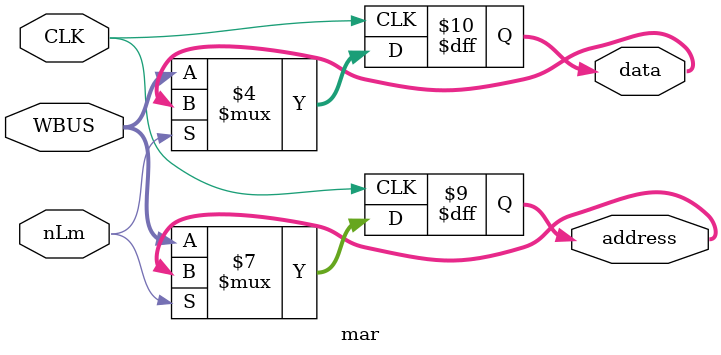
<source format=v>
/**
* Input and MAR (MAR)
*
* Input :
* WBUS    = the Data from the WBUS.
* nLm     = Enable MAR to Load WBUS data (0 = enable)
* CLK     = Clock
*
* Output :
* address = Address to the RAM
* data    = data to the RAM
*/
module mar (
			output reg [3:0] address,
			output reg [3:0] data,
			input      [3:0] WBUS,
			input            nLm ,
			input            CLK );		
	
	always @ (posedge CLK) begin
	
		if (!nLm) begin
		    address <= WBUS ;
	        data    <= WBUS ;
		end
		
	    else begin
			address <= address ;
			data    <= data ;
		end
	end
endmodule

</source>
